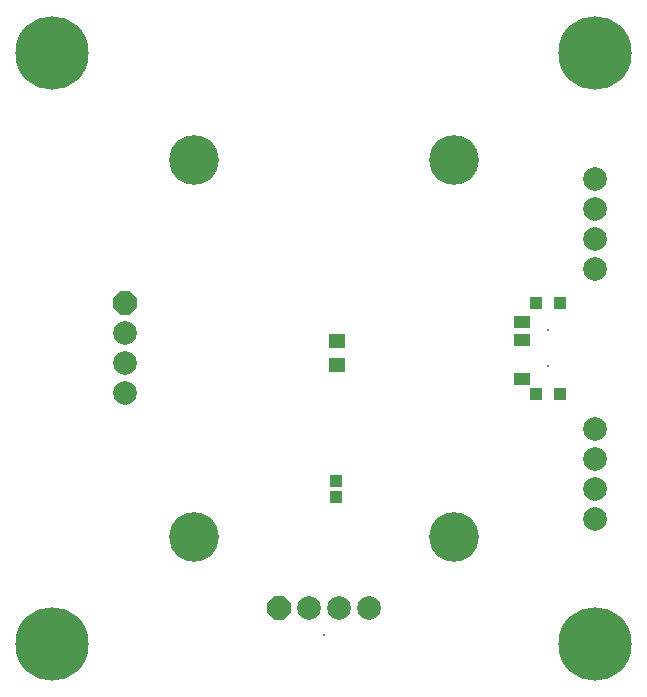
<source format=gts>
G04 Layer_Color=8388736*
%FSLAX44Y44*%
%MOMM*%
G71*
G01*
G75*
%ADD23R,1.0532X1.0532*%
%ADD24R,1.4532X1.2032*%
%ADD25R,1.4532X1.1032*%
%ADD26R,1.1032X1.0032*%
%ADD27C,6.2032*%
%ADD28C,2.0032*%
%ADD29P,2.1683X8X22.5*%
G04:AMPARAMS|DCode=30|XSize=0.2032mm|YSize=0.2032mm|CornerRadius=0mm|HoleSize=0mm|Usage=FLASHONLY|Rotation=0.000|XOffset=0mm|YOffset=0mm|HoleType=Round|Shape=RoundedRectangle|*
%AMROUNDEDRECTD30*
21,1,0.2032,0.2032,0,0,0.0*
21,1,0.2032,0.2032,0,0,0.0*
1,1,0.0000,0.1016,-0.1016*
1,1,0.0000,-0.1016,-0.1016*
1,1,0.0000,-0.1016,0.1016*
1,1,0.0000,0.1016,0.1016*
%
%ADD30ROUNDEDRECTD30*%
%ADD31P,2.1683X8X292.5*%
%ADD32C,0.2032*%
%ADD33C,4.2032*%
D23*
X285000Y174000D02*
D03*
Y188000D02*
D03*
D24*
X286000Y306000D02*
D03*
Y286000D02*
D03*
D25*
X443250Y274240D02*
D03*
Y307240D02*
D03*
Y322240D02*
D03*
D26*
X475000Y338740D02*
D03*
X455000D02*
D03*
X475000Y261740D02*
D03*
X455000D02*
D03*
D27*
X505000Y50000D02*
D03*
X45000D02*
D03*
Y550000D02*
D03*
X505000D02*
D03*
D28*
X313100Y80000D02*
D03*
X287700D02*
D03*
X262300D02*
D03*
X107000Y312700D02*
D03*
Y287300D02*
D03*
Y261900D02*
D03*
X504500Y232150D02*
D03*
Y155950D02*
D03*
Y181350D02*
D03*
Y206750D02*
D03*
X505000Y443100D02*
D03*
Y366900D02*
D03*
Y392300D02*
D03*
Y417700D02*
D03*
D29*
X236900Y80000D02*
D03*
D30*
X275000Y57200D02*
D03*
D31*
X107000Y338100D02*
D03*
D32*
X465000Y315240D02*
D03*
Y285240D02*
D03*
D33*
X385000Y460000D02*
D03*
Y140000D02*
D03*
X165000D02*
D03*
Y460000D02*
D03*
M02*

</source>
